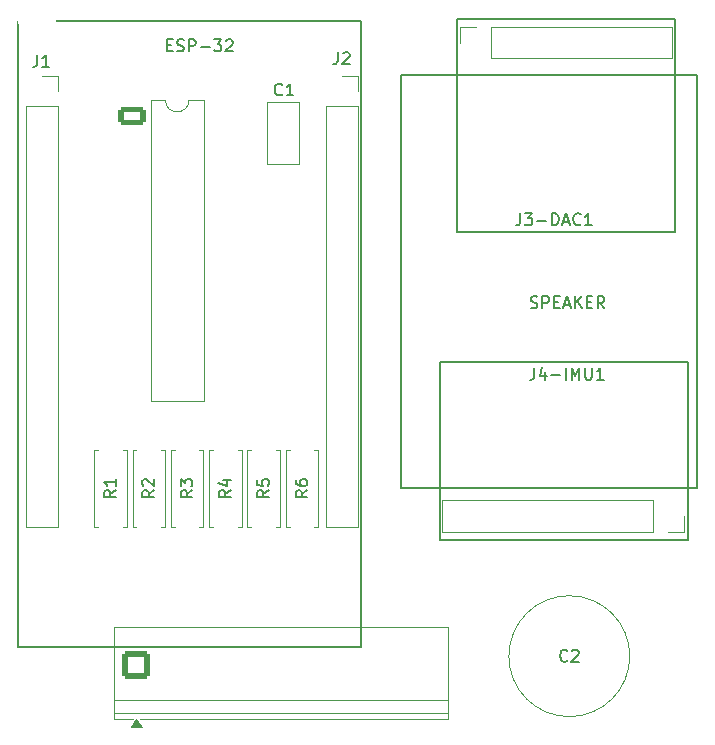
<source format=gto>
%TF.GenerationSoftware,KiCad,Pcbnew,9.0.5*%
%TF.CreationDate,2025-12-28T14:17:38+02:00*%
%TF.ProjectId,base-schematic-02,62617365-2d73-4636-9865-6d617469632d,rev?*%
%TF.SameCoordinates,Original*%
%TF.FileFunction,Legend,Top*%
%TF.FilePolarity,Positive*%
%FSLAX46Y46*%
G04 Gerber Fmt 4.6, Leading zero omitted, Abs format (unit mm)*
G04 Created by KiCad (PCBNEW 9.0.5) date 2025-12-28 14:17:38*
%MOMM*%
%LPD*%
G01*
G04 APERTURE LIST*
G04 Aperture macros list*
%AMRoundRect*
0 Rectangle with rounded corners*
0 $1 Rounding radius*
0 $2 $3 $4 $5 $6 $7 $8 $9 X,Y pos of 4 corners*
0 Add a 4 corners polygon primitive as box body*
4,1,4,$2,$3,$4,$5,$6,$7,$8,$9,$2,$3,0*
0 Add four circle primitives for the rounded corners*
1,1,$1+$1,$2,$3*
1,1,$1+$1,$4,$5*
1,1,$1+$1,$6,$7*
1,1,$1+$1,$8,$9*
0 Add four rect primitives between the rounded corners*
20,1,$1+$1,$2,$3,$4,$5,0*
20,1,$1+$1,$4,$5,$6,$7,0*
20,1,$1+$1,$6,$7,$8,$9,0*
20,1,$1+$1,$8,$9,$2,$3,0*%
G04 Aperture macros list end*
%ADD10C,0.200000*%
%ADD11C,0.150000*%
%ADD12C,0.120000*%
%ADD13C,1.600000*%
%ADD14C,2.400000*%
%ADD15RoundRect,0.250001X-0.949999X-0.949999X0.949999X-0.949999X0.949999X0.949999X-0.949999X0.949999X0*%
%ADD16R,1.700000X1.700000*%
%ADD17C,1.700000*%
%ADD18C,3.200000*%
%ADD19RoundRect,0.250000X-0.950000X-0.550000X0.950000X-0.550000X0.950000X0.550000X-0.950000X0.550000X0*%
%ADD20O,2.400000X1.600000*%
G04 APERTURE END LIST*
D10*
X52000000Y-53460000D02*
X81000000Y-53460000D01*
X81000000Y-106460000D01*
X52000000Y-106460000D01*
X52000000Y-53460000D01*
X87709138Y-82394959D02*
X108709138Y-82394959D01*
X108709138Y-97394959D01*
X87709138Y-97394959D01*
X87709138Y-82394959D01*
X84450000Y-58025000D02*
X109450000Y-58025000D01*
X109450000Y-93025000D01*
X84450000Y-93025000D01*
X84450000Y-58025000D01*
X89130000Y-53325000D02*
X107630000Y-53325000D01*
X107630000Y-71325000D01*
X89130000Y-71325000D01*
X89130000Y-53325000D01*
D11*
X64588095Y-55531009D02*
X64921428Y-55531009D01*
X65064285Y-56054819D02*
X64588095Y-56054819D01*
X64588095Y-56054819D02*
X64588095Y-55054819D01*
X64588095Y-55054819D02*
X65064285Y-55054819D01*
X65445238Y-56007200D02*
X65588095Y-56054819D01*
X65588095Y-56054819D02*
X65826190Y-56054819D01*
X65826190Y-56054819D02*
X65921428Y-56007200D01*
X65921428Y-56007200D02*
X65969047Y-55959580D01*
X65969047Y-55959580D02*
X66016666Y-55864342D01*
X66016666Y-55864342D02*
X66016666Y-55769104D01*
X66016666Y-55769104D02*
X65969047Y-55673866D01*
X65969047Y-55673866D02*
X65921428Y-55626247D01*
X65921428Y-55626247D02*
X65826190Y-55578628D01*
X65826190Y-55578628D02*
X65635714Y-55531009D01*
X65635714Y-55531009D02*
X65540476Y-55483390D01*
X65540476Y-55483390D02*
X65492857Y-55435771D01*
X65492857Y-55435771D02*
X65445238Y-55340533D01*
X65445238Y-55340533D02*
X65445238Y-55245295D01*
X65445238Y-55245295D02*
X65492857Y-55150057D01*
X65492857Y-55150057D02*
X65540476Y-55102438D01*
X65540476Y-55102438D02*
X65635714Y-55054819D01*
X65635714Y-55054819D02*
X65873809Y-55054819D01*
X65873809Y-55054819D02*
X66016666Y-55102438D01*
X66445238Y-56054819D02*
X66445238Y-55054819D01*
X66445238Y-55054819D02*
X66826190Y-55054819D01*
X66826190Y-55054819D02*
X66921428Y-55102438D01*
X66921428Y-55102438D02*
X66969047Y-55150057D01*
X66969047Y-55150057D02*
X67016666Y-55245295D01*
X67016666Y-55245295D02*
X67016666Y-55388152D01*
X67016666Y-55388152D02*
X66969047Y-55483390D01*
X66969047Y-55483390D02*
X66921428Y-55531009D01*
X66921428Y-55531009D02*
X66826190Y-55578628D01*
X66826190Y-55578628D02*
X66445238Y-55578628D01*
X67445238Y-55673866D02*
X68207143Y-55673866D01*
X68588095Y-55054819D02*
X69207142Y-55054819D01*
X69207142Y-55054819D02*
X68873809Y-55435771D01*
X68873809Y-55435771D02*
X69016666Y-55435771D01*
X69016666Y-55435771D02*
X69111904Y-55483390D01*
X69111904Y-55483390D02*
X69159523Y-55531009D01*
X69159523Y-55531009D02*
X69207142Y-55626247D01*
X69207142Y-55626247D02*
X69207142Y-55864342D01*
X69207142Y-55864342D02*
X69159523Y-55959580D01*
X69159523Y-55959580D02*
X69111904Y-56007200D01*
X69111904Y-56007200D02*
X69016666Y-56054819D01*
X69016666Y-56054819D02*
X68730952Y-56054819D01*
X68730952Y-56054819D02*
X68635714Y-56007200D01*
X68635714Y-56007200D02*
X68588095Y-55959580D01*
X69588095Y-55150057D02*
X69635714Y-55102438D01*
X69635714Y-55102438D02*
X69730952Y-55054819D01*
X69730952Y-55054819D02*
X69969047Y-55054819D01*
X69969047Y-55054819D02*
X70064285Y-55102438D01*
X70064285Y-55102438D02*
X70111904Y-55150057D01*
X70111904Y-55150057D02*
X70159523Y-55245295D01*
X70159523Y-55245295D02*
X70159523Y-55340533D01*
X70159523Y-55340533D02*
X70111904Y-55483390D01*
X70111904Y-55483390D02*
X69540476Y-56054819D01*
X69540476Y-56054819D02*
X70159523Y-56054819D01*
X95380952Y-77757200D02*
X95523809Y-77804819D01*
X95523809Y-77804819D02*
X95761904Y-77804819D01*
X95761904Y-77804819D02*
X95857142Y-77757200D01*
X95857142Y-77757200D02*
X95904761Y-77709580D01*
X95904761Y-77709580D02*
X95952380Y-77614342D01*
X95952380Y-77614342D02*
X95952380Y-77519104D01*
X95952380Y-77519104D02*
X95904761Y-77423866D01*
X95904761Y-77423866D02*
X95857142Y-77376247D01*
X95857142Y-77376247D02*
X95761904Y-77328628D01*
X95761904Y-77328628D02*
X95571428Y-77281009D01*
X95571428Y-77281009D02*
X95476190Y-77233390D01*
X95476190Y-77233390D02*
X95428571Y-77185771D01*
X95428571Y-77185771D02*
X95380952Y-77090533D01*
X95380952Y-77090533D02*
X95380952Y-76995295D01*
X95380952Y-76995295D02*
X95428571Y-76900057D01*
X95428571Y-76900057D02*
X95476190Y-76852438D01*
X95476190Y-76852438D02*
X95571428Y-76804819D01*
X95571428Y-76804819D02*
X95809523Y-76804819D01*
X95809523Y-76804819D02*
X95952380Y-76852438D01*
X96380952Y-77804819D02*
X96380952Y-76804819D01*
X96380952Y-76804819D02*
X96761904Y-76804819D01*
X96761904Y-76804819D02*
X96857142Y-76852438D01*
X96857142Y-76852438D02*
X96904761Y-76900057D01*
X96904761Y-76900057D02*
X96952380Y-76995295D01*
X96952380Y-76995295D02*
X96952380Y-77138152D01*
X96952380Y-77138152D02*
X96904761Y-77233390D01*
X96904761Y-77233390D02*
X96857142Y-77281009D01*
X96857142Y-77281009D02*
X96761904Y-77328628D01*
X96761904Y-77328628D02*
X96380952Y-77328628D01*
X97380952Y-77281009D02*
X97714285Y-77281009D01*
X97857142Y-77804819D02*
X97380952Y-77804819D01*
X97380952Y-77804819D02*
X97380952Y-76804819D01*
X97380952Y-76804819D02*
X97857142Y-76804819D01*
X98238095Y-77519104D02*
X98714285Y-77519104D01*
X98142857Y-77804819D02*
X98476190Y-76804819D01*
X98476190Y-76804819D02*
X98809523Y-77804819D01*
X99142857Y-77804819D02*
X99142857Y-76804819D01*
X99714285Y-77804819D02*
X99285714Y-77233390D01*
X99714285Y-76804819D02*
X99142857Y-77376247D01*
X100142857Y-77281009D02*
X100476190Y-77281009D01*
X100619047Y-77804819D02*
X100142857Y-77804819D01*
X100142857Y-77804819D02*
X100142857Y-76804819D01*
X100142857Y-76804819D02*
X100619047Y-76804819D01*
X101619047Y-77804819D02*
X101285714Y-77328628D01*
X101047619Y-77804819D02*
X101047619Y-76804819D01*
X101047619Y-76804819D02*
X101428571Y-76804819D01*
X101428571Y-76804819D02*
X101523809Y-76852438D01*
X101523809Y-76852438D02*
X101571428Y-76900057D01*
X101571428Y-76900057D02*
X101619047Y-76995295D01*
X101619047Y-76995295D02*
X101619047Y-77138152D01*
X101619047Y-77138152D02*
X101571428Y-77233390D01*
X101571428Y-77233390D02*
X101523809Y-77281009D01*
X101523809Y-77281009D02*
X101428571Y-77328628D01*
X101428571Y-77328628D02*
X101047619Y-77328628D01*
X98493333Y-107629580D02*
X98445714Y-107677200D01*
X98445714Y-107677200D02*
X98302857Y-107724819D01*
X98302857Y-107724819D02*
X98207619Y-107724819D01*
X98207619Y-107724819D02*
X98064762Y-107677200D01*
X98064762Y-107677200D02*
X97969524Y-107581961D01*
X97969524Y-107581961D02*
X97921905Y-107486723D01*
X97921905Y-107486723D02*
X97874286Y-107296247D01*
X97874286Y-107296247D02*
X97874286Y-107153390D01*
X97874286Y-107153390D02*
X97921905Y-106962914D01*
X97921905Y-106962914D02*
X97969524Y-106867676D01*
X97969524Y-106867676D02*
X98064762Y-106772438D01*
X98064762Y-106772438D02*
X98207619Y-106724819D01*
X98207619Y-106724819D02*
X98302857Y-106724819D01*
X98302857Y-106724819D02*
X98445714Y-106772438D01*
X98445714Y-106772438D02*
X98493333Y-106820057D01*
X98874286Y-106820057D02*
X98921905Y-106772438D01*
X98921905Y-106772438D02*
X99017143Y-106724819D01*
X99017143Y-106724819D02*
X99255238Y-106724819D01*
X99255238Y-106724819D02*
X99350476Y-106772438D01*
X99350476Y-106772438D02*
X99398095Y-106820057D01*
X99398095Y-106820057D02*
X99445714Y-106915295D01*
X99445714Y-106915295D02*
X99445714Y-107010533D01*
X99445714Y-107010533D02*
X99398095Y-107153390D01*
X99398095Y-107153390D02*
X98826667Y-107724819D01*
X98826667Y-107724819D02*
X99445714Y-107724819D01*
X74343333Y-59699580D02*
X74295714Y-59747200D01*
X74295714Y-59747200D02*
X74152857Y-59794819D01*
X74152857Y-59794819D02*
X74057619Y-59794819D01*
X74057619Y-59794819D02*
X73914762Y-59747200D01*
X73914762Y-59747200D02*
X73819524Y-59651961D01*
X73819524Y-59651961D02*
X73771905Y-59556723D01*
X73771905Y-59556723D02*
X73724286Y-59366247D01*
X73724286Y-59366247D02*
X73724286Y-59223390D01*
X73724286Y-59223390D02*
X73771905Y-59032914D01*
X73771905Y-59032914D02*
X73819524Y-58937676D01*
X73819524Y-58937676D02*
X73914762Y-58842438D01*
X73914762Y-58842438D02*
X74057619Y-58794819D01*
X74057619Y-58794819D02*
X74152857Y-58794819D01*
X74152857Y-58794819D02*
X74295714Y-58842438D01*
X74295714Y-58842438D02*
X74343333Y-58890057D01*
X75295714Y-59794819D02*
X74724286Y-59794819D01*
X75010000Y-59794819D02*
X75010000Y-58794819D01*
X75010000Y-58794819D02*
X74914762Y-58937676D01*
X74914762Y-58937676D02*
X74819524Y-59032914D01*
X74819524Y-59032914D02*
X74724286Y-59080533D01*
X79066666Y-56144819D02*
X79066666Y-56859104D01*
X79066666Y-56859104D02*
X79019047Y-57001961D01*
X79019047Y-57001961D02*
X78923809Y-57097200D01*
X78923809Y-57097200D02*
X78780952Y-57144819D01*
X78780952Y-57144819D02*
X78685714Y-57144819D01*
X79495238Y-56240057D02*
X79542857Y-56192438D01*
X79542857Y-56192438D02*
X79638095Y-56144819D01*
X79638095Y-56144819D02*
X79876190Y-56144819D01*
X79876190Y-56144819D02*
X79971428Y-56192438D01*
X79971428Y-56192438D02*
X80019047Y-56240057D01*
X80019047Y-56240057D02*
X80066666Y-56335295D01*
X80066666Y-56335295D02*
X80066666Y-56430533D01*
X80066666Y-56430533D02*
X80019047Y-56573390D01*
X80019047Y-56573390D02*
X79447619Y-57144819D01*
X79447619Y-57144819D02*
X80066666Y-57144819D01*
X53606666Y-56374819D02*
X53606666Y-57089104D01*
X53606666Y-57089104D02*
X53559047Y-57231961D01*
X53559047Y-57231961D02*
X53463809Y-57327200D01*
X53463809Y-57327200D02*
X53320952Y-57374819D01*
X53320952Y-57374819D02*
X53225714Y-57374819D01*
X54606666Y-57374819D02*
X54035238Y-57374819D01*
X54320952Y-57374819D02*
X54320952Y-56374819D01*
X54320952Y-56374819D02*
X54225714Y-56517676D01*
X54225714Y-56517676D02*
X54130476Y-56612914D01*
X54130476Y-56612914D02*
X54035238Y-56660533D01*
X63507819Y-93231666D02*
X63031628Y-93564999D01*
X63507819Y-93803094D02*
X62507819Y-93803094D01*
X62507819Y-93803094D02*
X62507819Y-93422142D01*
X62507819Y-93422142D02*
X62555438Y-93326904D01*
X62555438Y-93326904D02*
X62603057Y-93279285D01*
X62603057Y-93279285D02*
X62698295Y-93231666D01*
X62698295Y-93231666D02*
X62841152Y-93231666D01*
X62841152Y-93231666D02*
X62936390Y-93279285D01*
X62936390Y-93279285D02*
X62984009Y-93326904D01*
X62984009Y-93326904D02*
X63031628Y-93422142D01*
X63031628Y-93422142D02*
X63031628Y-93803094D01*
X62603057Y-92850713D02*
X62555438Y-92803094D01*
X62555438Y-92803094D02*
X62507819Y-92707856D01*
X62507819Y-92707856D02*
X62507819Y-92469761D01*
X62507819Y-92469761D02*
X62555438Y-92374523D01*
X62555438Y-92374523D02*
X62603057Y-92326904D01*
X62603057Y-92326904D02*
X62698295Y-92279285D01*
X62698295Y-92279285D02*
X62793533Y-92279285D01*
X62793533Y-92279285D02*
X62936390Y-92326904D01*
X62936390Y-92326904D02*
X63507819Y-92898332D01*
X63507819Y-92898332D02*
X63507819Y-92279285D01*
X60264819Y-93231666D02*
X59788628Y-93564999D01*
X60264819Y-93803094D02*
X59264819Y-93803094D01*
X59264819Y-93803094D02*
X59264819Y-93422142D01*
X59264819Y-93422142D02*
X59312438Y-93326904D01*
X59312438Y-93326904D02*
X59360057Y-93279285D01*
X59360057Y-93279285D02*
X59455295Y-93231666D01*
X59455295Y-93231666D02*
X59598152Y-93231666D01*
X59598152Y-93231666D02*
X59693390Y-93279285D01*
X59693390Y-93279285D02*
X59741009Y-93326904D01*
X59741009Y-93326904D02*
X59788628Y-93422142D01*
X59788628Y-93422142D02*
X59788628Y-93803094D01*
X60264819Y-92279285D02*
X60264819Y-92850713D01*
X60264819Y-92564999D02*
X59264819Y-92564999D01*
X59264819Y-92564999D02*
X59407676Y-92660237D01*
X59407676Y-92660237D02*
X59502914Y-92755475D01*
X59502914Y-92755475D02*
X59550533Y-92850713D01*
X94517857Y-69779819D02*
X94517857Y-70494104D01*
X94517857Y-70494104D02*
X94470238Y-70636961D01*
X94470238Y-70636961D02*
X94375000Y-70732200D01*
X94375000Y-70732200D02*
X94232143Y-70779819D01*
X94232143Y-70779819D02*
X94136905Y-70779819D01*
X94898810Y-69779819D02*
X95517857Y-69779819D01*
X95517857Y-69779819D02*
X95184524Y-70160771D01*
X95184524Y-70160771D02*
X95327381Y-70160771D01*
X95327381Y-70160771D02*
X95422619Y-70208390D01*
X95422619Y-70208390D02*
X95470238Y-70256009D01*
X95470238Y-70256009D02*
X95517857Y-70351247D01*
X95517857Y-70351247D02*
X95517857Y-70589342D01*
X95517857Y-70589342D02*
X95470238Y-70684580D01*
X95470238Y-70684580D02*
X95422619Y-70732200D01*
X95422619Y-70732200D02*
X95327381Y-70779819D01*
X95327381Y-70779819D02*
X95041667Y-70779819D01*
X95041667Y-70779819D02*
X94946429Y-70732200D01*
X94946429Y-70732200D02*
X94898810Y-70684580D01*
X95946429Y-70398866D02*
X96708334Y-70398866D01*
X97184524Y-70779819D02*
X97184524Y-69779819D01*
X97184524Y-69779819D02*
X97422619Y-69779819D01*
X97422619Y-69779819D02*
X97565476Y-69827438D01*
X97565476Y-69827438D02*
X97660714Y-69922676D01*
X97660714Y-69922676D02*
X97708333Y-70017914D01*
X97708333Y-70017914D02*
X97755952Y-70208390D01*
X97755952Y-70208390D02*
X97755952Y-70351247D01*
X97755952Y-70351247D02*
X97708333Y-70541723D01*
X97708333Y-70541723D02*
X97660714Y-70636961D01*
X97660714Y-70636961D02*
X97565476Y-70732200D01*
X97565476Y-70732200D02*
X97422619Y-70779819D01*
X97422619Y-70779819D02*
X97184524Y-70779819D01*
X98136905Y-70494104D02*
X98613095Y-70494104D01*
X98041667Y-70779819D02*
X98375000Y-69779819D01*
X98375000Y-69779819D02*
X98708333Y-70779819D01*
X99613095Y-70684580D02*
X99565476Y-70732200D01*
X99565476Y-70732200D02*
X99422619Y-70779819D01*
X99422619Y-70779819D02*
X99327381Y-70779819D01*
X99327381Y-70779819D02*
X99184524Y-70732200D01*
X99184524Y-70732200D02*
X99089286Y-70636961D01*
X99089286Y-70636961D02*
X99041667Y-70541723D01*
X99041667Y-70541723D02*
X98994048Y-70351247D01*
X98994048Y-70351247D02*
X98994048Y-70208390D01*
X98994048Y-70208390D02*
X99041667Y-70017914D01*
X99041667Y-70017914D02*
X99089286Y-69922676D01*
X99089286Y-69922676D02*
X99184524Y-69827438D01*
X99184524Y-69827438D02*
X99327381Y-69779819D01*
X99327381Y-69779819D02*
X99422619Y-69779819D01*
X99422619Y-69779819D02*
X99565476Y-69827438D01*
X99565476Y-69827438D02*
X99613095Y-69875057D01*
X100565476Y-70779819D02*
X99994048Y-70779819D01*
X100279762Y-70779819D02*
X100279762Y-69779819D01*
X100279762Y-69779819D02*
X100184524Y-69922676D01*
X100184524Y-69922676D02*
X100089286Y-70017914D01*
X100089286Y-70017914D02*
X99994048Y-70065533D01*
X69993819Y-93231666D02*
X69517628Y-93564999D01*
X69993819Y-93803094D02*
X68993819Y-93803094D01*
X68993819Y-93803094D02*
X68993819Y-93422142D01*
X68993819Y-93422142D02*
X69041438Y-93326904D01*
X69041438Y-93326904D02*
X69089057Y-93279285D01*
X69089057Y-93279285D02*
X69184295Y-93231666D01*
X69184295Y-93231666D02*
X69327152Y-93231666D01*
X69327152Y-93231666D02*
X69422390Y-93279285D01*
X69422390Y-93279285D02*
X69470009Y-93326904D01*
X69470009Y-93326904D02*
X69517628Y-93422142D01*
X69517628Y-93422142D02*
X69517628Y-93803094D01*
X69327152Y-92374523D02*
X69993819Y-92374523D01*
X68946200Y-92612618D02*
X69660485Y-92850713D01*
X69660485Y-92850713D02*
X69660485Y-92231666D01*
X76479819Y-93231666D02*
X76003628Y-93564999D01*
X76479819Y-93803094D02*
X75479819Y-93803094D01*
X75479819Y-93803094D02*
X75479819Y-93422142D01*
X75479819Y-93422142D02*
X75527438Y-93326904D01*
X75527438Y-93326904D02*
X75575057Y-93279285D01*
X75575057Y-93279285D02*
X75670295Y-93231666D01*
X75670295Y-93231666D02*
X75813152Y-93231666D01*
X75813152Y-93231666D02*
X75908390Y-93279285D01*
X75908390Y-93279285D02*
X75956009Y-93326904D01*
X75956009Y-93326904D02*
X76003628Y-93422142D01*
X76003628Y-93422142D02*
X76003628Y-93803094D01*
X75479819Y-92374523D02*
X75479819Y-92564999D01*
X75479819Y-92564999D02*
X75527438Y-92660237D01*
X75527438Y-92660237D02*
X75575057Y-92707856D01*
X75575057Y-92707856D02*
X75717914Y-92803094D01*
X75717914Y-92803094D02*
X75908390Y-92850713D01*
X75908390Y-92850713D02*
X76289342Y-92850713D01*
X76289342Y-92850713D02*
X76384580Y-92803094D01*
X76384580Y-92803094D02*
X76432200Y-92755475D01*
X76432200Y-92755475D02*
X76479819Y-92660237D01*
X76479819Y-92660237D02*
X76479819Y-92469761D01*
X76479819Y-92469761D02*
X76432200Y-92374523D01*
X76432200Y-92374523D02*
X76384580Y-92326904D01*
X76384580Y-92326904D02*
X76289342Y-92279285D01*
X76289342Y-92279285D02*
X76051247Y-92279285D01*
X76051247Y-92279285D02*
X75956009Y-92326904D01*
X75956009Y-92326904D02*
X75908390Y-92374523D01*
X75908390Y-92374523D02*
X75860771Y-92469761D01*
X75860771Y-92469761D02*
X75860771Y-92660237D01*
X75860771Y-92660237D02*
X75908390Y-92755475D01*
X75908390Y-92755475D02*
X75956009Y-92803094D01*
X75956009Y-92803094D02*
X76051247Y-92850713D01*
X73236819Y-93231666D02*
X72760628Y-93564999D01*
X73236819Y-93803094D02*
X72236819Y-93803094D01*
X72236819Y-93803094D02*
X72236819Y-93422142D01*
X72236819Y-93422142D02*
X72284438Y-93326904D01*
X72284438Y-93326904D02*
X72332057Y-93279285D01*
X72332057Y-93279285D02*
X72427295Y-93231666D01*
X72427295Y-93231666D02*
X72570152Y-93231666D01*
X72570152Y-93231666D02*
X72665390Y-93279285D01*
X72665390Y-93279285D02*
X72713009Y-93326904D01*
X72713009Y-93326904D02*
X72760628Y-93422142D01*
X72760628Y-93422142D02*
X72760628Y-93803094D01*
X72236819Y-92326904D02*
X72236819Y-92803094D01*
X72236819Y-92803094D02*
X72713009Y-92850713D01*
X72713009Y-92850713D02*
X72665390Y-92803094D01*
X72665390Y-92803094D02*
X72617771Y-92707856D01*
X72617771Y-92707856D02*
X72617771Y-92469761D01*
X72617771Y-92469761D02*
X72665390Y-92374523D01*
X72665390Y-92374523D02*
X72713009Y-92326904D01*
X72713009Y-92326904D02*
X72808247Y-92279285D01*
X72808247Y-92279285D02*
X73046342Y-92279285D01*
X73046342Y-92279285D02*
X73141580Y-92326904D01*
X73141580Y-92326904D02*
X73189200Y-92374523D01*
X73189200Y-92374523D02*
X73236819Y-92469761D01*
X73236819Y-92469761D02*
X73236819Y-92707856D01*
X73236819Y-92707856D02*
X73189200Y-92803094D01*
X73189200Y-92803094D02*
X73141580Y-92850713D01*
X66750819Y-93231666D02*
X66274628Y-93564999D01*
X66750819Y-93803094D02*
X65750819Y-93803094D01*
X65750819Y-93803094D02*
X65750819Y-93422142D01*
X65750819Y-93422142D02*
X65798438Y-93326904D01*
X65798438Y-93326904D02*
X65846057Y-93279285D01*
X65846057Y-93279285D02*
X65941295Y-93231666D01*
X65941295Y-93231666D02*
X66084152Y-93231666D01*
X66084152Y-93231666D02*
X66179390Y-93279285D01*
X66179390Y-93279285D02*
X66227009Y-93326904D01*
X66227009Y-93326904D02*
X66274628Y-93422142D01*
X66274628Y-93422142D02*
X66274628Y-93803094D01*
X65750819Y-92898332D02*
X65750819Y-92279285D01*
X65750819Y-92279285D02*
X66131771Y-92612618D01*
X66131771Y-92612618D02*
X66131771Y-92469761D01*
X66131771Y-92469761D02*
X66179390Y-92374523D01*
X66179390Y-92374523D02*
X66227009Y-92326904D01*
X66227009Y-92326904D02*
X66322247Y-92279285D01*
X66322247Y-92279285D02*
X66560342Y-92279285D01*
X66560342Y-92279285D02*
X66655580Y-92326904D01*
X66655580Y-92326904D02*
X66703200Y-92374523D01*
X66703200Y-92374523D02*
X66750819Y-92469761D01*
X66750819Y-92469761D02*
X66750819Y-92755475D01*
X66750819Y-92755475D02*
X66703200Y-92850713D01*
X66703200Y-92850713D02*
X66655580Y-92898332D01*
X95707233Y-82849778D02*
X95707233Y-83564063D01*
X95707233Y-83564063D02*
X95659614Y-83706920D01*
X95659614Y-83706920D02*
X95564376Y-83802159D01*
X95564376Y-83802159D02*
X95421519Y-83849778D01*
X95421519Y-83849778D02*
X95326281Y-83849778D01*
X96611995Y-83183111D02*
X96611995Y-83849778D01*
X96373900Y-82802159D02*
X96135805Y-83516444D01*
X96135805Y-83516444D02*
X96754852Y-83516444D01*
X97135805Y-83468825D02*
X97897710Y-83468825D01*
X98373900Y-83849778D02*
X98373900Y-82849778D01*
X98850090Y-83849778D02*
X98850090Y-82849778D01*
X98850090Y-82849778D02*
X99183423Y-83564063D01*
X99183423Y-83564063D02*
X99516756Y-82849778D01*
X99516756Y-82849778D02*
X99516756Y-83849778D01*
X99992947Y-82849778D02*
X99992947Y-83659301D01*
X99992947Y-83659301D02*
X100040566Y-83754539D01*
X100040566Y-83754539D02*
X100088185Y-83802159D01*
X100088185Y-83802159D02*
X100183423Y-83849778D01*
X100183423Y-83849778D02*
X100373899Y-83849778D01*
X100373899Y-83849778D02*
X100469137Y-83802159D01*
X100469137Y-83802159D02*
X100516756Y-83754539D01*
X100516756Y-83754539D02*
X100564375Y-83659301D01*
X100564375Y-83659301D02*
X100564375Y-82849778D01*
X101564375Y-83849778D02*
X100992947Y-83849778D01*
X101278661Y-83849778D02*
X101278661Y-82849778D01*
X101278661Y-82849778D02*
X101183423Y-82992635D01*
X101183423Y-82992635D02*
X101088185Y-83087873D01*
X101088185Y-83087873D02*
X100992947Y-83135492D01*
D12*
%TO.C,C2*%
X103780000Y-107270000D02*
G75*
G02*
X93540000Y-107270000I-5120000J0D01*
G01*
X93540000Y-107270000D02*
G75*
G02*
X103780000Y-107270000I5120000J0D01*
G01*
%TO.C,J4*%
X62440000Y-113230000D02*
X61560000Y-113230000D01*
X62000000Y-112620000D01*
X62440000Y-113230000D01*
G36*
X62440000Y-113230000D02*
G01*
X61560000Y-113230000D01*
X62000000Y-112620000D01*
X62440000Y-113230000D01*
G37*
X88370000Y-112620000D02*
X62300000Y-112620000D01*
X88370000Y-104780000D02*
X88370000Y-112620000D01*
X61700000Y-112620000D02*
X60130000Y-112620000D01*
X60130000Y-112620000D02*
X60130000Y-104780000D01*
X60130000Y-112100000D02*
X88370000Y-112100000D01*
X60130000Y-111000000D02*
X88370000Y-111000000D01*
X60130000Y-104780000D02*
X88370000Y-104780000D01*
%TO.C,C1*%
X75810000Y-60340000D02*
X75810000Y-65580000D01*
X73070000Y-60340000D02*
X75810000Y-60340000D01*
X75810000Y-65580000D02*
X73070000Y-65580000D01*
X73070000Y-65580000D02*
X73070000Y-60340000D01*
%TO.C,J2*%
X78070000Y-60730000D02*
X78070000Y-96350000D01*
X78070000Y-60730000D02*
X80730000Y-60730000D01*
X78070000Y-96350000D02*
X80730000Y-96350000D01*
X79400000Y-58130000D02*
X80730000Y-58130000D01*
X80730000Y-58130000D02*
X80730000Y-59460000D01*
X80730000Y-60730000D02*
X80730000Y-96350000D01*
%TO.C,J1*%
X52670000Y-60730000D02*
X52670000Y-96350000D01*
X52670000Y-60730000D02*
X55330000Y-60730000D01*
X52670000Y-96350000D02*
X55330000Y-96350000D01*
X54000000Y-58130000D02*
X55330000Y-58130000D01*
X55330000Y-58130000D02*
X55330000Y-59460000D01*
X55330000Y-60730000D02*
X55330000Y-96350000D01*
%TO.C,R2*%
X61683000Y-89795000D02*
X61683000Y-96335000D01*
X61683000Y-96335000D02*
X62013000Y-96335000D01*
X62013000Y-89795000D02*
X61683000Y-89795000D01*
X64093000Y-89795000D02*
X64423000Y-89795000D01*
X64423000Y-89795000D02*
X64423000Y-96335000D01*
X64423000Y-96335000D02*
X64093000Y-96335000D01*
%TO.C,R1*%
X58440000Y-89795000D02*
X58440000Y-96335000D01*
X58440000Y-96335000D02*
X58770000Y-96335000D01*
X58770000Y-89795000D02*
X58440000Y-89795000D01*
X60850000Y-89795000D02*
X61180000Y-89795000D01*
X61180000Y-89795000D02*
X61180000Y-96335000D01*
X61180000Y-96335000D02*
X60850000Y-96335000D01*
%TO.C,J3-DAC1*%
X89420000Y-53995000D02*
X90750000Y-53995000D01*
X89420000Y-55325000D02*
X89420000Y-53995000D01*
X92020000Y-53995000D02*
X107320000Y-53995000D01*
X92020000Y-56655000D02*
X92020000Y-53995000D01*
X92020000Y-56655000D02*
X107320000Y-56655000D01*
X107320000Y-56655000D02*
X107320000Y-53995000D01*
%TO.C,R4*%
X68169000Y-89795000D02*
X68169000Y-96335000D01*
X68169000Y-96335000D02*
X68499000Y-96335000D01*
X68499000Y-89795000D02*
X68169000Y-89795000D01*
X70579000Y-89795000D02*
X70909000Y-89795000D01*
X70909000Y-89795000D02*
X70909000Y-96335000D01*
X70909000Y-96335000D02*
X70579000Y-96335000D01*
%TO.C,R6*%
X74655000Y-89795000D02*
X74655000Y-96335000D01*
X74655000Y-96335000D02*
X74985000Y-96335000D01*
X74985000Y-89795000D02*
X74655000Y-89795000D01*
X77065000Y-89795000D02*
X77395000Y-89795000D01*
X77395000Y-89795000D02*
X77395000Y-96335000D01*
X77395000Y-96335000D02*
X77065000Y-96335000D01*
%TO.C,R5*%
X71412000Y-89795000D02*
X71412000Y-96335000D01*
X71412000Y-96335000D02*
X71742000Y-96335000D01*
X71742000Y-89795000D02*
X71412000Y-89795000D01*
X73822000Y-89795000D02*
X74152000Y-89795000D01*
X74152000Y-89795000D02*
X74152000Y-96335000D01*
X74152000Y-96335000D02*
X73822000Y-96335000D01*
%TO.C,R3*%
X64926000Y-89795000D02*
X64926000Y-96335000D01*
X64926000Y-96335000D02*
X65256000Y-96335000D01*
X65256000Y-89795000D02*
X64926000Y-89795000D01*
X67336000Y-89795000D02*
X67666000Y-89795000D01*
X67666000Y-89795000D02*
X67666000Y-96335000D01*
X67666000Y-96335000D02*
X67336000Y-96335000D01*
%TO.C,U1*%
X63210000Y-60180000D02*
X63210000Y-85700000D01*
X63210000Y-85700000D02*
X67710000Y-85700000D01*
X64460000Y-60180000D02*
X63210000Y-60180000D01*
X67710000Y-60180000D02*
X66460000Y-60180000D01*
X67710000Y-85700000D02*
X67710000Y-60180000D01*
X66460000Y-60180000D02*
G75*
G02*
X64460000Y-60180000I-1000000J0D01*
G01*
%TO.C,J4-IMU1*%
X87899138Y-94064959D02*
X87899138Y-96724959D01*
X105739138Y-94064959D02*
X87899138Y-94064959D01*
X105739138Y-94064959D02*
X105739138Y-96724959D01*
X105739138Y-96724959D02*
X87899138Y-96724959D01*
X108339138Y-95394959D02*
X108339138Y-96724959D01*
X108339138Y-96724959D02*
X107009138Y-96724959D01*
%TD*%
%LPC*%
D13*
%TO.C,C2*%
X96160000Y-107270000D03*
X101160000Y-107270000D03*
%TD*%
D14*
%TO.C,J4*%
X86500000Y-108000000D03*
X83000000Y-108000000D03*
X79500000Y-108000000D03*
X76000000Y-108000000D03*
X72500000Y-108000000D03*
X69000000Y-108000000D03*
X65500000Y-108000000D03*
D15*
X62000000Y-108000000D03*
%TD*%
D13*
%TO.C,C1*%
X74440000Y-61710000D03*
X74440000Y-64210000D03*
%TD*%
D16*
%TO.C,J2*%
X79400000Y-59460000D03*
D17*
X79400000Y-62000000D03*
X79400000Y-64540000D03*
X79400000Y-67080000D03*
X79400000Y-69620000D03*
X79400000Y-72160000D03*
X79400000Y-74700000D03*
X79400000Y-77240000D03*
X79400000Y-79780000D03*
X79400000Y-82320000D03*
X79400000Y-84860000D03*
X79400000Y-87400000D03*
X79400000Y-89940000D03*
X79400000Y-92480000D03*
X79400000Y-95020000D03*
%TD*%
D16*
%TO.C,J1*%
X54000000Y-59460000D03*
D17*
X54000000Y-62000000D03*
X54000000Y-64540000D03*
X54000000Y-67080000D03*
X54000000Y-69620000D03*
X54000000Y-72160000D03*
X54000000Y-74700000D03*
X54000000Y-77240000D03*
X54000000Y-79780000D03*
X54000000Y-82320000D03*
X54000000Y-84860000D03*
X54000000Y-87400000D03*
X54000000Y-89940000D03*
X54000000Y-92480000D03*
X54000000Y-95020000D03*
%TD*%
D18*
%TO.C,H1*%
X53600000Y-53600000D03*
%TD*%
D13*
%TO.C,R2*%
X63053000Y-89255000D03*
X63053000Y-96875000D03*
%TD*%
%TO.C,R1*%
X59810000Y-89255000D03*
X59810000Y-96875000D03*
%TD*%
D16*
%TO.C,J3-DAC1*%
X90750000Y-55325000D03*
D17*
X93290000Y-55325000D03*
X95830000Y-55325000D03*
X98370000Y-55325000D03*
X100910000Y-55325000D03*
X103450000Y-55325000D03*
X105990000Y-55325000D03*
%TD*%
D18*
%TO.C,H4*%
X53600000Y-111400000D03*
%TD*%
D13*
%TO.C,R4*%
X69539000Y-89255000D03*
X69539000Y-96875000D03*
%TD*%
%TO.C,R6*%
X76025000Y-89255000D03*
X76025000Y-96875000D03*
%TD*%
%TO.C,R5*%
X72782000Y-89255000D03*
X72782000Y-96875000D03*
%TD*%
%TO.C,R3*%
X66296000Y-89255000D03*
X66296000Y-96875000D03*
%TD*%
D19*
%TO.C,U1*%
X61650000Y-61510000D03*
D20*
X61650000Y-64050000D03*
X61650000Y-66590000D03*
X61650000Y-69130000D03*
X61650000Y-71670000D03*
X61650000Y-74210000D03*
X61650000Y-76750000D03*
X61650000Y-79290000D03*
X61650000Y-81830000D03*
X61650000Y-84370000D03*
X69270000Y-84370000D03*
X69270000Y-81830000D03*
X69270000Y-79290000D03*
X69270000Y-76750000D03*
X69270000Y-74210000D03*
X69270000Y-71670000D03*
X69270000Y-69130000D03*
X69270000Y-66590000D03*
X69270000Y-64050000D03*
X69270000Y-61510000D03*
%TD*%
D18*
%TO.C,H3*%
X111450000Y-111430000D03*
%TD*%
%TO.C,H2*%
X111400000Y-53600000D03*
%TD*%
D16*
%TO.C,J4-IMU1*%
X107009138Y-95394959D03*
D17*
X104469138Y-95394959D03*
X101929138Y-95394959D03*
X99389138Y-95394959D03*
X96849138Y-95394959D03*
X94309138Y-95394959D03*
X91769138Y-95394959D03*
X89229138Y-95394959D03*
%TD*%
%LPD*%
M02*

</source>
